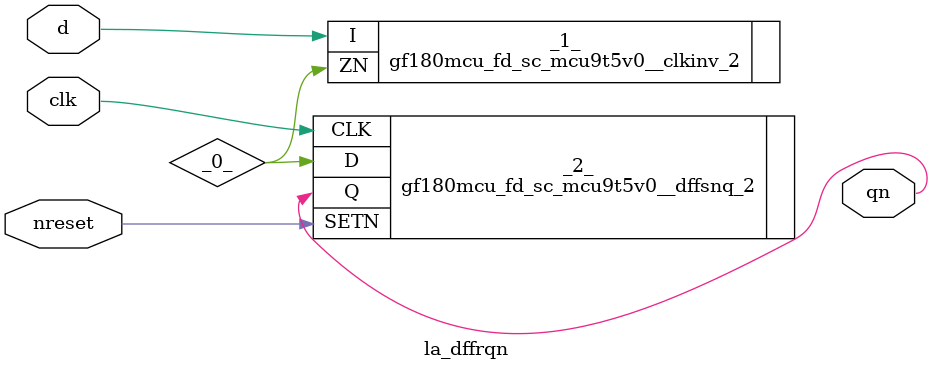
<source format=v>

/* Generated by Yosys 0.44 (git sha1 80ba43d26, g++ 11.4.0-1ubuntu1~22.04 -fPIC -O3) */

(* top =  1  *)
(* src = "generated" *)
(* keep_hierarchy *)
module la_dffrqn (
    d,
    clk,
    nreset,
    qn
);
  (* src = "generated" *)
  wire _0_;
  (* src = "generated" *)
  input clk;
  wire clk;
  (* src = "generated" *)
  input d;
  wire d;
  (* src = "generated" *)
  input nreset;
  wire nreset;
  (* src = "generated" *)
  output qn;
  wire qn;
  gf180mcu_fd_sc_mcu9t5v0__clkinv_2 _1_ (
      .I (d),
      .ZN(_0_)
  );
  (* src = "generated" *)
  gf180mcu_fd_sc_mcu9t5v0__dffsnq_2 _2_ (
      .CLK(clk),
      .D(_0_),
      .Q(qn),
      .SETN(nreset)
  );
endmodule

</source>
